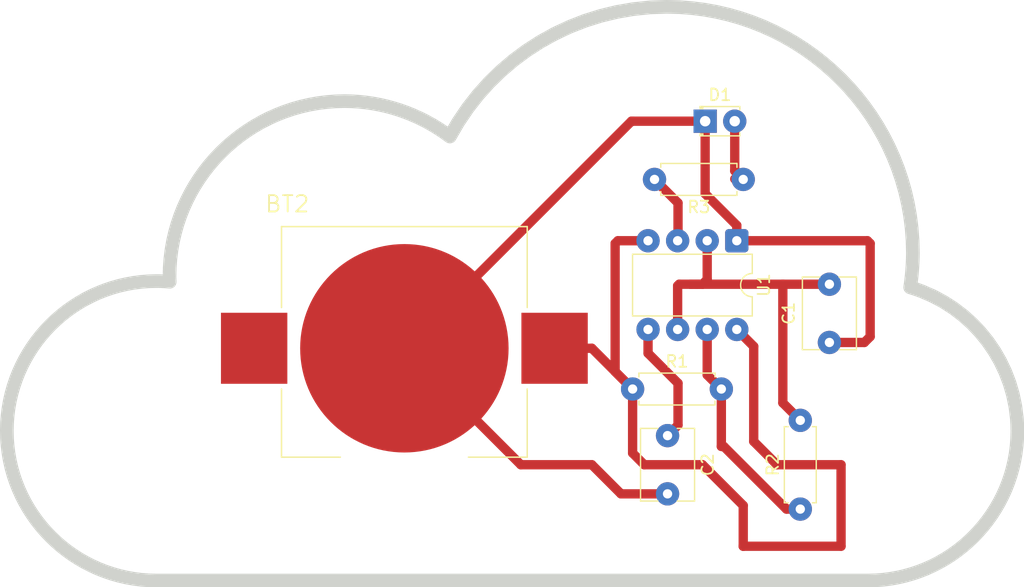
<source format=kicad_pcb>
(kicad_pcb (version 20241229) (generator "pcbnew") (generator_version "9.0")
  (layers (0 "F.Cu" signal) (2 "B.Cu" signal) (13 "F.Paste" user) (15 "B.Paste" user) (5 "F.SilkS" user "F.Silkscreen") (7 "B.SilkS" user "B.Silkscreen") (1 "F.Mask" user) (3 "B.Mask" user) (25 "Edge.Cuts" user))
  (net 0 "")
  (net 1 "GND")
  (net 2 "+3V0")
  (net 3 "Net-(U1-THR)")
  (net 4 "Net-(U1-CV)")
  (net 5 "Net-(D1-A)")
  (net 6 "Net-(U1-DIS)")
  (net 7 "Net-(U1-Q)")
  (footprint "Capacitor_THT:C_Disc_D6.0mm_W4.4mm_P5.00mm" (layer "F.Cu") (at 228.600003 93.500001 -90)
    (property "Reference" "C2" (at 2.5 -3.449999 90) (layer "F.SilkS"))
    (property "Value" "10n")
    (fp_line (start -0.619999 2.32) (end -0.619999 0.835) (stroke (width 0.12)) (layer "F.SilkS"))
    (fp_line (start 5.620001 2.319999) (end -0.619999 2.32) (stroke (width 0.12)) (layer "F.SilkS"))
    (fp_line (start 5.62 0.835) (end 5.620001 2.319999) (stroke (width 0.12)) (layer "F.SilkS"))
    (fp_line (start -0.619999 -0.835) (end -0.619999 -2.32) (stroke (width 0.12)) (layer "F.SilkS"))
    (fp_line (start 5.619999 -2.319999) (end 5.62 -0.835) (stroke (width 0.12)) (layer "F.SilkS"))
    (fp_line (start -0.619999 -2.32) (end 5.619999 -2.319999) (stroke (width 0.12)) (layer "F.SilkS"))
    (pad "1" thru_hole circle (at 0 0 270) (size 2 2) (drill 0.8) (layers "*.Cu" "*.Mask") (net 4 "Net-(U1-CV)"))
    (pad "2" thru_hole circle (at 5 0 270) (size 2 2) (drill 0.8) (layers "*.Cu" "*.Mask") (net 1 "GND"))
  )
  (footprint "Resistor_THT:R_Axial_DIN0207_L6.3mm_D2.5mm_P7.62mm_Horizontal" (layer "F.Cu") (at 235.100003 71.5 180)
    (property "Reference" "R3" (at 3.809999 -2.370002 0) (layer "F.SilkS"))
    (property "Value" "R")
    (fp_line (start 7.080001 -1.369998) (end 7.08 -1.039998) (stroke (width 0.12)) (layer "F.SilkS"))
    (fp_line (start 7.079999 1.369997) (end 7.08 1.039998) (stroke (width 0.12)) (layer "F.SilkS"))
    (fp_line (start 0.540001 1.369998) (end 7.079999 1.369997) (stroke (width 0.12)) (layer "F.SilkS"))
    (fp_line (start 0.540001 -1.369998) (end 7.080001 -1.369998) (stroke (width 0.12)) (layer "F.SilkS"))
    (fp_line (start 0.539996 1.040001) (end 0.540001 1.369998) (stroke (width 0.12)) (layer "F.SilkS"))
    (fp_line (start 0.539995 -1.04) (end 0.540001 -1.369998) (stroke (width 0.12)) (layer "F.SilkS"))
    (pad "1" thru_hole circle (at 0 0 180) (size 2 2) (drill 0.8) (layers "*.Cu" "*.Mask") (net 5 "Net-(D1-A)"))
    (pad "2" thru_hole circle (at 7.62 0 180) (size 2 2) (drill 0.8) (layers "*.Cu" "*.Mask") (net 7 "Net-(U1-Q)"))
  )
  (footprint "LED_THT:LED_D1.8mm_W3.3mm_H2.4mm" (layer "F.Cu") (at 231.830004 66.499998)
    (property "Reference" "D1" (at 1.269998 -2.260003 0) (layer "F.SilkS"))
    (property "Value" "LED")
    (fp_line (start -0.44 -1.26) (end 2.98 -1.26) (stroke (width 0.12)) (layer "F.SilkS"))
    (fp_line (start -0.44 1.26) (end -0.439999 1.08) (stroke (width 0.12)) (layer "F.SilkS"))
    (fp_line (start -0.439998 -1.079999) (end -0.44 -1.26) (stroke (width 0.12)) (layer "F.SilkS"))
    (fp_line (start -0.320001 -1.259998) (end -0.320002 -1.08) (stroke (width 0.12)) (layer "F.SilkS"))
    (fp_line (start -0.320001 1.080001) (end -0.320001 1.260002) (stroke (width 0.12)) (layer "F.SilkS"))
    (fp_line (start -0.2 -1.26) (end -0.199999 -1.079999) (stroke (width 0.12)) (layer "F.SilkS"))
    (fp_line (start -0.2 1.080002) (end -0.2 1.26) (stroke (width 0.12)) (layer "F.SilkS"))
    (fp_line (start 2.98 -1.26) (end 2.979998 -0.986001) (stroke (width 0.12)) (layer "F.SilkS"))
    (fp_line (start 2.98 0.986) (end 2.98 1.26) (stroke (width 0.12)) (layer "F.SilkS"))
    (fp_line (start 2.98 1.26) (end -0.44 1.26) (stroke (width 0.12)) (layer "F.SilkS"))
    (pad "1" thru_hole rect (at 0 0) (size 2 2) (drill 0.9) (layers "*.Cu" "*.Mask") (net 1 "GND"))
    (pad "2" thru_hole circle (at 2.540005 0.000002) (size 2 2) (drill 0.9) (layers "*.Cu" "*.Mask") (net 5 "Net-(D1-A)"))
  )
  (footprint "Package_DIP:DIP-8_W7.62mm" (layer "F.Cu") (at 234.545645 76.76406 -90)
    (property "Reference" "U1" (at 3.810003 -2.329999 90) (layer "F.SilkS"))
    (property "Value" "TLC555xP")
    (fp_line (start 1.159999 8.95) (end 6.46 8.95) (stroke (width 0.12)) (layer "F.SilkS"))
    (fp_line (start 6.46 8.95) (end 6.459999 -1.330004) (stroke (width 0.12)) (layer "F.SilkS"))
    (fp_line (start 1.159998 -1.329998) (end 1.159999 8.95) (stroke (width 0.12)) (layer "F.SilkS"))
    (fp_line (start 2.809999 -1.330001) (end 1.159998 -1.329998) (stroke (width 0.12)) (layer "F.SilkS"))
    (fp_line (start 6.459999 -1.330004) (end 4.809999 -1.330001) (stroke (width 0.12)) (layer "F.SilkS"))
    (fp_arc (start 4.809999 -1.330001) (mid 3.81 -0.33) (end 2.809999 -1.330001) (stroke (width 0.12)) (layer "F.SilkS"))
    (pad "1" thru_hole roundrect (at 0 0 270) (size 2 2) (drill 0.8) (layers "*.Cu" "*.Mask") (roundrect_rratio 0.15625) (net 1 "GND"))
    (pad "2" thru_hole circle (at -0.000002 2.540005 270) (size 2 2) (drill 0.8) (layers "*.Cu" "*.Mask") (net 3 "Net-(U1-THR)"))
    (pad "3" thru_hole circle (at 0 5.08 270) (size 2 2) (drill 0.8) (layers "*.Cu" "*.Mask") (net 7 "Net-(U1-Q)"))
    (pad "4" thru_hole circle (at 0 7.62 270) (size 2 2) (drill 0.8) (layers "*.Cu" "*.Mask") (net 2 "+3V0"))
    (pad "5" thru_hole circle (at 7.62 7.619999 270) (size 2 2) (drill 0.8) (layers "*.Cu" "*.Mask") (net 4 "Net-(U1-CV)"))
    (pad "6" thru_hole circle (at 7.620003 5.079997 270) (size 2 2) (drill 0.8) (layers "*.Cu" "*.Mask") (net 3 "Net-(U1-THR)"))
    (pad "7" thru_hole circle (at 7.62 2.539999 270) (size 2 2) (drill 0.8) (layers "*.Cu" "*.Mask") (net 6 "Net-(U1-DIS)"))
    (pad "8" thru_hole circle (at 7.62 0 270) (size 2 2) (drill 0.8) (layers "*.Cu" "*.Mask") (net 2 "+3V0"))
  )
  (footprint "Resistor_THT:R_Axial_DIN0207_L6.3mm_D2.5mm_P7.62mm_Horizontal" (layer "F.Cu") (at 240 99.809999 90)
    (property "Reference" "R2" (at 3.81 -2.37 90) (layer "F.SilkS"))
    (property "Value" "R")
    (fp_line (start 0.539997 -1.370001) (end 7.080001 -1.369999) (stroke (width 0.12)) (layer "F.SilkS"))
    (fp_line (start 7.080001 -1.369999) (end 7.08 -1.039998) (stroke (width 0.12)) (layer "F.SilkS"))
    (fp_line (start 0.539999 -1.039999) (end 0.539997 -1.370001) (stroke (width 0.12)) (layer "F.SilkS"))
    (fp_line (start 0.54 1.040001) (end 0.540001 1.369998) (stroke (width 0.12)) (layer "F.SilkS"))
    (fp_line (start 0.540001 1.369998) (end 7.080001 1.369999) (stroke (width 0.12)) (layer "F.SilkS"))
    (fp_line (start 7.080001 1.369999) (end 7.080002 1.040003) (stroke (width 0.12)) (layer "F.SilkS"))
    (pad "1" thru_hole circle (at 0 0 90) (size 2 2) (drill 0.8) (layers "*.Cu" "*.Mask") (net 6 "Net-(U1-DIS)"))
    (pad "2" thru_hole circle (at 7.62 0 90) (size 2 2) (drill 0.8) (layers "*.Cu" "*.Mask") (net 3 "Net-(U1-THR)"))
  )
  (footprint "Resistor_THT:R_Axial_DIN0207_L6.3mm_D2.5mm_P7.62mm_Horizontal" (layer "F.Cu") (at 225.6 89.5)
    (property "Reference" "R1" (at 3.809997 -2.370003 0) (layer "F.SilkS"))
    (property "Value" "R")
    (fp_line (start 0.539995 1.040002) (end 0.540001 1.369998) (stroke (width 0.12)) (layer "F.SilkS"))
    (fp_line (start 0.539996 -1.04) (end 0.539997 -1.370001) (stroke (width 0.12)) (layer "F.SilkS"))
    (fp_line (start 0.539997 -1.370001) (end 7.080001 -1.369999) (stroke (width 0.12)) (layer "F.SilkS"))
    (fp_line (start 0.540001 1.369998) (end 7.080001 1.369999) (stroke (width 0.12)) (layer "F.SilkS"))
    (fp_line (start 7.080001 -1.369999) (end 7.08 -1.039998) (stroke (width 0.12)) (layer "F.SilkS"))
    (fp_line (start 7.080001 1.369999) (end 7.079999 1.040004) (stroke (width 0.12)) (layer "F.SilkS"))
    (pad "1" thru_hole circle (at 0 0) (size 2 2) (drill 0.8) (layers "*.Cu" "*.Mask") (net 2 "+3V0"))
    (pad "2" thru_hole circle (at 7.62 0) (size 2 2) (drill 0.8) (layers "*.Cu" "*.Mask") (net 6 "Net-(U1-DIS)"))
  )
  (footprint "BAT-HLD-003-SMT:BAT_BAT-HLD-003-SMT" (layer "F.Cu") (at 206 86)
    (property "Reference" "BT2" (at -10.054998 -12.388999 0) (layer "F.SilkS") (effects (font (size 1.4 1.4))))
    (property "Value" "BAT-HLD-003-SMT")
    (fp_line (start -10.550003 3.500001) (end -10.55 9.350002) (stroke (width 0.127)) (layer "F.SilkS"))
    (fp_line (start -10.550001 -10.45) (end 10.550001 -10.45) (stroke (width 0.127)) (layer "F.SilkS"))
    (fp_line (start -10.550001 -3.499999) (end -10.550001 -10.45) (stroke (width 0.127)) (layer "F.SilkS"))
    (fp_line (start -10.55 9.350002) (end -5.5 9.349999) (stroke (width 0.127)) (layer "F.SilkS"))
    (fp_line (start 5.500001 9.35) (end 10.55 9.349997) (stroke (width 0.127)) (layer "F.SilkS"))
    (fp_line (start 10.55 9.349997) (end 10.550001 3.499999) (stroke (width 0.127)) (layer "F.SilkS"))
    (fp_line (start 10.550001 -10.45) (end 10.550003 -3.500001) (stroke (width 0.127)) (layer "F.SilkS"))
    (pad "N" smd circle (at 0 0) (size 17.9 17.9) (layers "F.Cu" "F.Mask") (net 1 "GND"))
    (pad "P1" smd rect (at -12.899997 0) (size 5.7 6.1) (layers "F.Cu" "F.Mask" "F.Paste") (net 2 "+3V0"))
    (pad "P2" smd rect (at 12.899997 0) (size 5.7 6.1) (layers "F.Cu" "F.Mask" "F.Paste") (net 2 "+3V0"))
  )
  (footprint "Capacitor_THT:C_Disc_D6.0mm_W4.4mm_P5.00mm" (layer "F.Cu") (at 242.5 85.5 90)
    (property "Reference" "C1" (at 2.5 -3.5 90) (layer "F.SilkS"))
    (property "Value" "C")
    (fp_line (start -0.619999 -2.32) (end 5.620001 -2.319999) (stroke (width 0.12)) (layer "F.SilkS"))
    (fp_line (start 5.620001 -2.319999) (end 5.62 -0.835) (stroke (width 0.12)) (layer "F.SilkS"))
    (fp_line (start -0.619999 -0.835) (end -0.619999 -2.32) (stroke (width 0.12)) (layer "F.SilkS"))
    (fp_line (start 5.62 0.835) (end 5.619999 2.319999) (stroke (width 0.12)) (layer "F.SilkS"))
    (fp_line (start 5.619999 2.319999) (end -0.619999 2.32) (stroke (width 0.12)) (layer "F.SilkS"))
    (fp_line (start -0.619999 2.32) (end -0.620001 0.835002) (stroke (width 0.12)) (layer "F.SilkS"))
    (pad "1" thru_hole circle (at 0 0 90) (size 2 2) (drill 0.8) (layers "*.Cu" "*.Mask") (net 1 "GND"))
    (pad "2" thru_hole circle (at 5 0 90) (size 2 2) (drill 0.8) (layers "*.Cu" "*.Mask") (net 3 "Net-(U1-THR)"))
  )
  (gr_poly (pts (xy 229.613437 56.705721) (xy 230.687175 56.78737) (xy 231.745301 56.921826) (xy 232.786487 57.107763) (xy 233.809404 57.343852) (xy 234.812725 57.628763) (xy 235.79512 57.961169) (xy 236.755261 58.339741) (xy 237.691819 58.76315) (xy 238.603467 59.230069) (xy 239.488876 59.739168) (xy 240.346717 60.28912) (xy 241.175662 60.878595) (xy 241.974383 61.506266) (xy 242.74155 62.170804) (xy 243.475836 62.87088) (xy 244.175912 63.605166) (xy 244.840449 64.372334) (xy 245.46812 65.171054) (xy 246.057595 66) (xy 246.607547 66.857841) (xy 247.116646 67.74325) (xy 247.583565 68.654899) (xy 248.006974 69.591458) (xy 248.385546 70.5516) (xy 248.717952 71.533995) (xy 249.002864 72.537316) (xy 249.238952 73.560234) (xy 249.424889 74.60142) (xy 249.559347 75.659547) (xy 249.640996 76.733285) (xy 249.668508 77.821306) (xy 249.662199 78.190984) (xy 249.64943 78.56041) (xy 249.630208 78.9295) (xy 249.604538 79.298169) (xy 249.572428 79.666333) (xy 249.533885 80.033906) (xy 249.488913 80.400806) (xy 249.43752 80.766947) (xy 249.943974 80.928453) (xy 250.440021 81.109353) (xy 251.399412 81.527341) (xy 252.312722 82.016932) (xy 253.17698 82.57415) (xy 253.989215 83.195016) (xy 254.746457 83.875553) (xy 255.445734 84.611782) (xy 256.084076 85.399725) (xy 256.658511 86.235406) (xy 257.166069 87.114845) (xy 257.603778 88.034065) (xy 257.968669 88.989088) (xy 258.257769 89.975937) (xy 258.468108 90.990633) (xy 258.596715 92.029199) (xy 258.62944 92.556189) (xy 258.640619 93.087656) (xy 258.623868 93.749304) (xy 258.574196 94.402265) (xy 258.49241 95.045731) (xy 258.379318 95.678895) (xy 258.235728 96.300948) (xy 258.062448 96.911083) (xy 257.860286 97.508492) (xy 257.63005 98.092367) (xy 257.372547 98.661901) (xy 257.088586 99.216284) (xy 256.778974 99.75471) (xy 256.444519 100.276371) (xy 256.08603 100.780459) (xy 255.704314 101.266165) (xy 255.300179 101.732683) (xy 254.874432 102.179204) (xy 254.427883 102.604921) (xy 253.961338 103.009025) (xy 253.475606 103.390709) (xy 252.971495 103.749165) (xy 252.449811 104.083585) (xy 251.911365 104.393162) (xy 251.356962 104.677087) (xy 250.787412 104.934552) (xy 250.203521 105.16475) (xy 249.606099 105.366873) (xy 248.995952 105.540113) (xy 248.373889 105.683663) (xy 247.740718 105.796713) (xy 247.097246 105.878458) (xy 246.444281 105.928088) (xy 245.782632 105.944795) (xy 184.719774 105.944795) (xy 184.058124 105.928088) (xy 183.405159 105.878458) (xy 182.761686 105.796713) (xy 182.128514 105.683663) (xy 181.506451 105.540113) (xy 180.896304 105.366873) (xy 180.298881 105.16475) (xy 179.71499 104.934552) (xy 179.14544 104.677087) (xy 178.591037 104.393162) (xy 178.05259 104.083585) (xy 177.530907 103.749165) (xy 177.026795 103.390709) (xy 176.541063 103.009025) (xy 176.074518 102.604921) (xy 175.627969 102.179204) (xy 175.202222 101.732683) (xy 174.798087 101.266165) (xy 174.416371 100.780459) (xy 174.057881 100.276371) (xy 173.723427 99.75471) (xy 173.413815 99.216284) (xy 173.129853 98.661901) (xy 172.87235 98.092367) (xy 172.642113 97.508492) (xy 172.439951 96.911083) (xy 172.26667 96.300948) (xy 172.12308 95.678895) (xy 172.009987 95.045731) (xy 171.9282 94.402265) (xy 171.878527 93.749304) (xy 171.861776 93.087656) (xy 171.878485 92.425976) (xy 171.928118 91.772982) (xy 172.009869 91.129482) (xy 172.12293 90.496284) (xy 172.266491 89.874196) (xy 172.439746 89.264025) (xy 172.641885 88.66658) (xy 172.872103 88.082669) (xy 173.129589 87.513099) (xy 173.413537 86.958679) (xy 173.723138 86.420217) (xy 174.057584 85.89852) (xy 174.416068 85.394397) (xy 174.797782 84.908656) (xy 175.201916 84.442104) (xy 175.627665 83.99555) (xy 176.074219 83.569801) (xy 176.54077 83.165665) (xy 177.026511 82.783952) (xy 177.530634 82.425467) (xy 178.05233 82.09102) (xy 178.590792 81.781419) (xy 179.145212 81.497471) (xy 179.714781 81.239984) (xy 180.298692 81.009767) (xy 180.896137 80.807627) (xy 181.506308 80.634372) (xy 182.128397 80.490811) (xy 182.761595 80.377751) (xy 183.405096 80.296) (xy 184.05809 80.246366) (xy 184.719771 80.229658) (xy 184.86127 80.23128) (xy 185.002729 80.234456) (xy 185.144137 80.239185) (xy 185.285479 80.245468) (xy 185.426744 80.253304) (xy 185.567918 80.262694) (xy 185.708989 80.273638) (xy 185.849943 80.286135) (xy 185.844245 80.167913) (xy 185.839462 80.049648) (xy 185.835637 79.931349) (xy 185.832814 79.813024) (xy 185.85238 79.039217) (xy 185.910447 78.275569) (xy 186.006073 77.523023) (xy 186.138311 76.782525) (xy 186.306217 76.05502) (xy 186.508847 75.341452) (xy 186.745255 74.642767) (xy 187.014496 73.959909) (xy 187.315627 73.293823) (xy 187.647701 72.645453) (xy 188.009775 72.015745) (xy 188.400903 71.405644) (xy 188.820141 70.816093) (xy 189.266544 70.248039) (xy 189.739166 69.702425) (xy 190.237064 69.180197) (xy 190.759292 68.6823) (xy 191.304906 68.209677) (xy 191.87296 67.763275) (xy 192.46251 67.344037) (xy 193.072612 66.95291) (xy 193.70232 66.590836) (xy 194.350689 66.258762) (xy 195.016775 65.957632) (xy 195.699633 65.688391) (xy 196.398318 65.451984) (xy 197.111885 65.249355) (xy 197.83939 65.081449) (xy 198.579888 64.949212) (xy 199.332433 64.853588) (xy 200.096081 64.795521) (xy 200.869888 64.775957) (xy 201.480439 64.789585) (xy 202.088164 64.827843) (xy 202.692363 64.890494) (xy 203.292333 64.977303) (xy 203.887375 65.088034) (xy 204.476787 65.22245) (xy 205.059867 65.380316) (xy 205.635916 65.561396) (xy 206.204231 65.765454) (xy 206.764112 65.992253) (xy 207.314857 66.241559) (xy 207.855766 66.513134) (xy 208.386138 66.806744) (xy 208.905271 67.122152) (xy 209.412465 67.459122) (xy 209.907018 67.817419) (xy 210.637493 66.562355) (xy 211.445129 65.370196) (xy 212.325767 64.24343) (xy 213.275249 63.184545) (xy 214.289418 62.196028) (xy 215.364116 61.280367) (xy 216.495184 60.440051) (xy 217.678464 59.677568) (xy 218.909799 58.995404) (xy 220.18503 58.396049) (xy 221.5 57.88199) (xy 222.850551 57.455715) (xy 224.232524 57.119712) (xy 225.641762 56.876469) (xy 227.074106 56.728474) (xy 228.525399 56.678215) (xy 228.525417 56.678209)) (stroke (width 1.172994) (color 51 51 51 1)) (fill no) (layer "Edge.Cuts"))
  (segment (start 245.5 85.5) (end 242.5 85.5) (width 0.8) (layer "F.Cu") (net 1))
  (segment (start 224.600003 98.5) (end 222.100003 96) (width 0.8) (layer "F.Cu") (net 1))
  (segment (start 225.600005 66.499998) (end 225.600003 66.5) (width 0.8) (layer "F.Cu") (net 1))
  (segment (start 245.76406 76.76406) (end 246 77) (width 0.8) (layer "F.Cu") (net 1))
  (segment (start 246 85) (end 245.5 85.5) (width 0.8) (layer "F.Cu") (net 1))
  (segment (start 231.830004 72.730001) (end 234.545645 75.445642) (width 0.8) (layer "F.Cu") (net 1))
  (segment (start 225.5 66.5) (end 206 86) (width 0.8) (layer "F.Cu") (net 1))
  (segment (start 225.600003 66.5) (end 225.5 66.5) (width 0.8) (layer "F.Cu") (net 1))
  (segment (start 231.830004 66.499998) (end 225.600005 66.499998) (width 0.8) (layer "F.Cu") (net 1))
  (segment (start 231.830004 66.499998) (end 231.830004 72.730001) (width 0.8) (layer "F.Cu") (net 1))
  (segment (start 234.545645 75.445642) (end 234.545645 76.76406) (width 0.8) (layer "F.Cu") (net 1))
  (segment (start 246 77) (end 246 85) (width 0.8) (layer "F.Cu") (net 1))
  (segment (start 216 96) (end 206 86) (width 0.8) (layer "F.Cu") (net 1))
  (segment (start 234.545645 76.76406) (end 235.100003 76.209702) (width 0.8) (layer "F.Cu") (net 1))
  (segment (start 228.600003 98.500001) (end 224.600003 98.5) (width 0.8) (layer "F.Cu") (net 1))
  (segment (start 234.545645 76.76406) (end 245.76406 76.76406) (width 0.8) (layer "F.Cu") (net 1))
  (segment (start 222.100003 96) (end 216 96) (width 0.8) (layer "F.Cu") (net 1))
  (segment (start 236 85.838415) (end 236 94) (width 0.8) (layer "F.Cu") (net 2))
  (segment (start 238 96) (end 243.5 96) (width 0.8) (layer "F.Cu") (net 2))
  (segment (start 236 94) (end 238 96) (width 0.8) (layer "F.Cu") (net 2))
  (segment (start 222.1 86) (end 218.899997 86) (width 0.8) (layer "F.Cu") (net 2))
  (segment (start 226.925645 76.76406) (end 224.335943 76.76406) (width 0.8) (layer "F.Cu") (net 2))
  (segment (start 224.100003 77) (end 224.100003 88.000003) (width 0.8) (layer "F.Cu") (net 2))
  (segment (start 234.545645 84.38406) (end 236 85.838415) (width 0.8) (layer "F.Cu") (net 2))
  (segment (start 235.100002 99.499999) (end 231.600003 96) (width 0.8) (layer "F.Cu") (net 2))
  (segment (start 243.5 103) (end 235.100003 103) (width 0.8) (layer "F.Cu") (net 2))
  (segment (start 226.600003 96) (end 225.6 94.999997) (width 0.8) (layer "F.Cu") (net 2))
  (segment (start 231.600003 96) (end 226.600003 96) (width 0.8) (layer "F.Cu") (net 2))
  (segment (start 224.335943 76.76406) (end 224.100003 77) (width 0.8) (layer "F.Cu") (net 2))
  (segment (start 224.100003 88.000003) (end 225.6 89.5) (width 0.8) (layer "F.Cu") (net 2))
  (segment (start 243.5 96) (end 243.5 103) (width 0.8) (layer "F.Cu") (net 2))
  (segment (start 225.6 89.5) (end 222.1 86) (width 0.8) (layer "F.Cu") (net 2))
  (segment (start 235.100003 103) (end 235.100002 103.000001) (width 0.8) (layer "F.Cu") (net 2))
  (segment (start 225.6 94.999997) (end 225.6 89.5) (width 0.8) (layer "F.Cu") (net 2))
  (segment (start 235.100002 103.000001) (end 235.100002 99.499999) (width 0.8) (layer "F.Cu") (net 2))
  (segment (start 238.5 90.689999) (end 240 92.189999) (width 0.8) (layer "F.Cu") (net 3))
  (segment (start 238.600001 80.600001) (end 238.5 80.700002) (width 0.8) (layer "F.Cu") (net 3))
  (segment (start 230.600003 80.5) (end 238.5 80.5) (width 0.8) (layer "F.Cu") (net 3))
  (segment (start 229.46565 80.634351) (end 229.6 80.500001) (width 0.8) (layer "F.Cu") (net 3))
  (segment (start 232.005637 80.094361) (end 232.00564 76.764059) (width 0.8) (layer "F.Cu") (net 3))
  (segment (start 230.600003 80.5) (end 231.1 80.5) (width 0.8) (layer "F.Cu") (net 3))
  (segment (start 229.465649 84.384064) (end 229.46565 80.634351) (width 0.8) (layer "F.Cu") (net 3))
  (segment (start 231.1 80.5) (end 231.600002 80.499999) (width 0.8) (layer "F.Cu") (net 3))
  (segment (start 238.5 80.700002) (end 238.5 90.689999) (width 0.8) (layer "F.Cu") (net 3))
  (segment (start 231.600002 80.499999) (end 232.005637 80.094361) (width 0.8) (layer "F.Cu") (net 3))
  (segment (start 238.5 80.5) (end 238.600001 80.600001) (width 0.8) (layer "F.Cu") (net 3))
  (segment (start 238.5 80.5) (end 242.5 80.5) (width 0.8) (layer "F.Cu") (net 3))
  (segment (start 229.6 80.500001) (end 230.600003 80.5) (width 0.8) (layer "F.Cu") (net 3))
  (segment (start 226.925646 86.425646) (end 229.5 89) (width 0.8) (layer "F.Cu") (net 4))
  (segment (start 229.5 92.600004) (end 228.600003 93.500001) (width 0.8) (layer "F.Cu") (net 4))
  (segment (start 226.925646 84.38406) (end 226.925646 86.425646) (width 0.8) (layer "F.Cu") (net 4))
  (segment (start 229.5 89) (end 229.5 92.600004) (width 0.8) (layer "F.Cu") (net 4))
  (segment (start 234.370009 70.770006) (end 235.100003 71.5) (width 0.8) (layer "F.Cu") (net 5))
  (segment (start 234.370009 66.5) (end 234.370009 70.770006) (width 0.8) (layer "F.Cu") (net 5))
  (segment (start 234.370009 71.460006) (end 234.410003 71.5) (width 0.8) (layer "F.Cu") (net 5))
  (segment (start 233.22 89.5) (end 233.22 94.429998) (width 0.8) (layer "F.Cu") (net 6))
  (segment (start 231.790003 84.599705) (end 232.005647 84.38406) (width 0.8) (layer "F.Cu") (net 6))
  (segment (start 233.22 94.429998) (end 233.429998 94.429998) (width 0.8) (layer "F.Cu") (net 6))
  (segment (start 233.429998 94.429998) (end 238.809999 99.809999) (width 0.8) (layer "F.Cu") (net 6))
  (segment (start 232.005646 84.38406) (end 232.005646 88.285646) (width 0.8) (layer "F.Cu") (net 6))
  (segment (start 232.005646 88.285646) (end 233.22 89.5) (width 0.8) (layer "F.Cu") (net 6))
  (segment (start 238.809999 99.809999) (end 240 99.809999) (width 0.8) (layer "F.Cu") (net 6))
  (segment (start 229.5 73.519997) (end 229.5 76.729705) (width 0.8) (layer "F.Cu") (net 7))
  (segment (start 227.480003 71.5) (end 229.5 73.519997) (width 0.8) (layer "F.Cu") (net 7))
  (segment (start 229.5 76.729705) (end 229.465645 76.76406) (width 0.8) (layer "F.Cu") (net 7))
)
</source>
